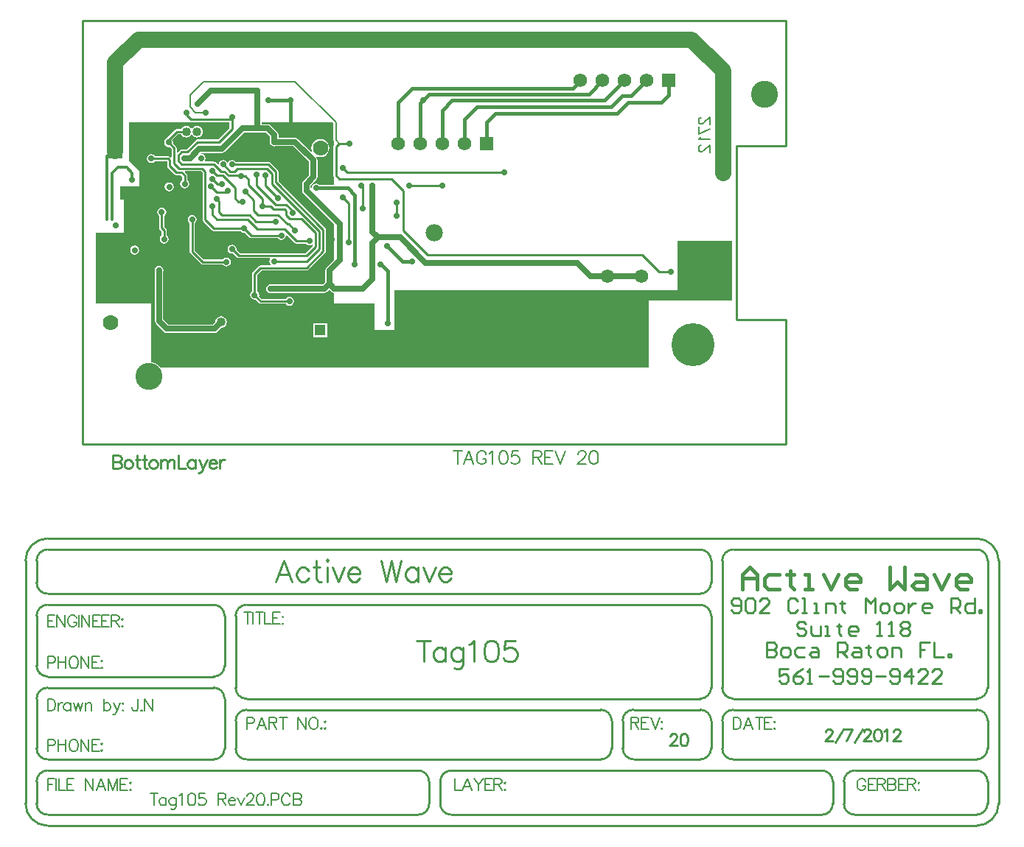
<source format=gbl>
%FSLAX25Y25*%
%MOIN*%
G70*
G01*
G75*
G04 Layer_Physical_Order=2*
G04 Layer_Color=16711680*
%ADD10R,0.01378X0.03543*%
%ADD11R,0.01378X0.03543*%
%ADD12R,0.05700X0.03500*%
%ADD13R,0.23622X0.11811*%
%ADD14R,0.03000X0.03000*%
%ADD15R,0.05000X0.03600*%
%ADD16R,0.03600X0.03600*%
%ADD17R,0.11000X0.04500*%
%ADD18R,0.03600X0.03600*%
%ADD19R,0.03600X0.05000*%
%ADD20R,0.02000X0.05000*%
%ADD21O,0.01600X0.06000*%
%ADD22R,0.02362X0.02362*%
%ADD23R,0.06299X0.05118*%
%ADD24O,0.01600X0.06000*%
%ADD25R,0.09000X0.02362*%
%ADD26R,0.02362X0.10000*%
%ADD27R,0.07000X0.02362*%
%ADD28R,0.02362X0.09000*%
%ADD29O,0.02400X0.08000*%
%ADD30R,0.10000X0.07000*%
%ADD31R,0.10000X0.10000*%
%ADD32C,0.02000*%
%ADD33R,0.20000X0.10000*%
%ADD34R,0.16000X0.18000*%
%ADD35R,0.09055X0.06693*%
%ADD36R,0.08000X0.06000*%
%ADD37C,0.01200*%
%ADD38R,0.07000X0.11000*%
%ADD39R,0.03000X0.03000*%
%ADD40R,0.03937X0.02165*%
%ADD41C,0.04000*%
%ADD42R,0.07400X0.04500*%
%ADD43C,0.04000*%
%ADD44C,0.01500*%
%ADD45C,0.02500*%
%ADD46C,0.00600*%
%ADD47C,0.01600*%
%ADD48C,0.01000*%
%ADD49C,0.01400*%
%ADD50C,0.00800*%
%ADD51C,0.02000*%
%ADD52C,0.03000*%
%ADD53C,0.07400*%
%ADD54C,0.01200*%
%ADD55C,0.00984*%
%ADD56C,0.00900*%
%ADD57C,0.00500*%
%ADD58C,0.06200*%
%ADD59R,0.06200X0.06200*%
%ADD60C,0.19500*%
%ADD61C,0.07000*%
%ADD62C,0.07800*%
%ADD63C,0.12200*%
%ADD64R,0.05000X0.05000*%
%ADD65C,0.02800*%
%ADD66R,0.07000X0.07000*%
G36*
X61378Y137965D02*
X56335Y132922D01*
X47100D01*
X47100Y132922D01*
X46671Y132836D01*
X46307Y132593D01*
X46307Y132593D01*
X42015Y128301D01*
X39780D01*
X39780Y128301D01*
X39351Y128216D01*
X38987Y127973D01*
X38987Y127973D01*
X37984Y126970D01*
X37522Y127161D01*
Y129000D01*
X37436Y129429D01*
X37193Y129793D01*
X37193Y129793D01*
X35864Y131122D01*
X35939Y131500D01*
X35784Y132280D01*
X35456Y132770D01*
X37965Y135278D01*
X39550D01*
X39629Y135089D01*
X40046Y134546D01*
X40589Y134129D01*
X41221Y133867D01*
X41900Y133778D01*
X42579Y133867D01*
X43211Y134129D01*
X43754Y134546D01*
X44050Y134931D01*
X44550D01*
X44846Y134546D01*
X45389Y134129D01*
X46021Y133867D01*
X46700Y133778D01*
X47379Y133867D01*
X48011Y134129D01*
X48554Y134546D01*
X48971Y135089D01*
X49233Y135721D01*
X49322Y136400D01*
X49233Y137079D01*
X48971Y137711D01*
X48554Y138254D01*
X48011Y138671D01*
X47379Y138933D01*
X46700Y139022D01*
X46021Y138933D01*
X45389Y138671D01*
X44846Y138254D01*
X44550Y137869D01*
X44050D01*
X43754Y138254D01*
X43211Y138671D01*
X42579Y138933D01*
X41900Y139022D01*
X41221Y138933D01*
X40589Y138671D01*
X40046Y138254D01*
X39629Y137711D01*
X39550Y137522D01*
X37500D01*
X37500Y137522D01*
X37071Y137436D01*
X36707Y137193D01*
X36707Y137193D01*
X33107Y133593D01*
X32864Y133229D01*
X32860Y133211D01*
X32458Y132942D01*
X32016Y132280D01*
X31861Y131500D01*
X32016Y130720D01*
X32458Y130058D01*
X33120Y129616D01*
X33900Y129461D01*
X34278Y129536D01*
X35278Y128535D01*
Y124861D01*
X34817Y124670D01*
X34493Y124993D01*
X34129Y125236D01*
X33700Y125322D01*
X33700Y125322D01*
X27770D01*
X27556Y125642D01*
X26894Y126084D01*
X26114Y126239D01*
X25333Y126084D01*
X24672Y125642D01*
X24230Y124980D01*
X24075Y124200D01*
X24230Y123420D01*
X24672Y122758D01*
X25333Y122316D01*
X26114Y122161D01*
X26894Y122316D01*
X27556Y122758D01*
X27770Y123078D01*
X33235D01*
X33278Y123035D01*
Y120900D01*
X33278Y120900D01*
X33364Y120471D01*
X33607Y120107D01*
X36607Y117107D01*
X36971Y116864D01*
X37400Y116778D01*
X37400Y116778D01*
X39335D01*
X40078Y116035D01*
Y114456D01*
X39758Y114242D01*
X39316Y113580D01*
X39161Y112800D01*
X39316Y112020D01*
X39758Y111358D01*
X40420Y110916D01*
X41200Y110761D01*
X41980Y110916D01*
X42642Y111358D01*
X43084Y112020D01*
X43239Y112800D01*
X43084Y113580D01*
X42642Y114242D01*
X42322Y114456D01*
Y116500D01*
X42322Y116500D01*
X42236Y116929D01*
X42236D01*
D01*
D01*
X42236Y116929D01*
D01*
D01*
D01*
D01*
X42236Y116929D01*
D01*
D01*
Y116929D01*
D01*
X42236D01*
D01*
D01*
X42236D01*
D01*
D01*
X41993Y117293D01*
X41993Y117293D01*
X41170Y118116D01*
X41361Y118578D01*
X48535D01*
X49278Y117835D01*
Y96600D01*
X49278Y96600D01*
X49364Y96171D01*
X49607Y95807D01*
X53607Y91807D01*
X53607Y91807D01*
X53971Y91564D01*
Y91564D01*
X53971Y91564D01*
D01*
D01*
D01*
X53971D01*
Y91564D01*
D01*
X53971Y91564D01*
X53971Y91564D01*
X54400Y91478D01*
X66344D01*
X66558Y91158D01*
X67220Y90716D01*
X68000Y90561D01*
X68378Y90636D01*
X70407Y88607D01*
X70407Y88607D01*
X70771Y88364D01*
X71200Y88278D01*
X83244D01*
X83458Y87958D01*
X84120Y87516D01*
X84900Y87361D01*
X85680Y87516D01*
X86342Y87958D01*
X86784Y88620D01*
X86931Y89359D01*
X87410Y89504D01*
X90807Y86107D01*
X90807Y86107D01*
X91171Y85864D01*
Y85864D01*
X91171Y85864D01*
D01*
D01*
D01*
X91171D01*
Y85864D01*
D01*
X91171Y85864D01*
X91171Y85864D01*
X91600Y85778D01*
X96044D01*
X96258Y85458D01*
X96920Y85016D01*
X97700Y84861D01*
X98480Y85016D01*
X98838Y85255D01*
X99074Y85128D01*
X99147Y84634D01*
X95935Y81422D01*
X65965D01*
X64564Y82822D01*
X64639Y83200D01*
X64484Y83980D01*
X64042Y84642D01*
X63380Y85084D01*
X62600Y85239D01*
X61820Y85084D01*
X61158Y84642D01*
X60716Y83980D01*
X60561Y83200D01*
X60716Y82420D01*
X61158Y81758D01*
X61820Y81316D01*
X62600Y81161D01*
X62978Y81236D01*
X64707Y79507D01*
X65071Y79264D01*
X65500Y79178D01*
X65500Y79178D01*
X79552D01*
X79788Y78737D01*
X79616Y78480D01*
X79461Y77700D01*
X79616Y76920D01*
X80055Y76262D01*
X79819Y75822D01*
X75400D01*
X75400Y75822D01*
X74971Y75736D01*
X74607Y75493D01*
X74607Y75493D01*
X72007Y72893D01*
X71764Y72529D01*
X71678Y72100D01*
X71678Y72100D01*
Y64056D01*
X71358Y63842D01*
X70916Y63180D01*
X70761Y62400D01*
X70916Y61620D01*
X71358Y60958D01*
X72020Y60516D01*
X72800Y60361D01*
X73178Y60436D01*
X74748Y58866D01*
X74748Y58866D01*
X75112Y58623D01*
Y58623D01*
X75112Y58623D01*
D01*
D01*
D01*
X75112D01*
Y58623D01*
D01*
X75112Y58623D01*
X75112Y58623D01*
X75541Y58538D01*
X75541Y58538D01*
X86885D01*
X87099Y58217D01*
X87761Y57775D01*
X88541Y57620D01*
X89321Y57775D01*
X89983Y58217D01*
X90425Y58879D01*
X90580Y59659D01*
X90425Y60439D01*
X89983Y61101D01*
X89321Y61543D01*
X88541Y61698D01*
X87761Y61543D01*
X87099Y61101D01*
X86885Y60781D01*
X76006D01*
X74764Y62022D01*
X74839Y62400D01*
X74684Y63180D01*
X74242Y63842D01*
X73922Y64056D01*
Y71635D01*
X75865Y73578D01*
X96200D01*
X96200Y73578D01*
X96629Y73664D01*
X96993Y73907D01*
X104593Y81507D01*
X104593Y81507D01*
X104836Y81871D01*
X104922Y82300D01*
Y92146D01*
X104922Y92146D01*
X104836Y92575D01*
X104593Y92939D01*
X83522Y114010D01*
Y118200D01*
X83436Y118629D01*
X83193Y118993D01*
X83193Y118993D01*
X79893Y122293D01*
X79529Y122536D01*
X79100Y122622D01*
X79100Y122622D01*
X64156D01*
X63942Y122942D01*
X63280Y123384D01*
X62500Y123539D01*
X61720Y123384D01*
X61058Y122942D01*
X60750Y122481D01*
X60250D01*
X59942Y122942D01*
X59280Y123384D01*
X58500Y123539D01*
X57720Y123384D01*
X57058Y122942D01*
X56616Y122280D01*
X56519Y121791D01*
X56040Y121646D01*
X55193Y122493D01*
X54829Y122736D01*
X54400Y122822D01*
X54400Y122822D01*
X50481D01*
X50245Y123263D01*
X50484Y123620D01*
X50639Y124400D01*
X50484Y125180D01*
X50042Y125842D01*
X49380Y126284D01*
X48600Y126439D01*
X48498Y126630D01*
X48581Y126714D01*
X58100D01*
X58822Y126857D01*
X59434Y127266D01*
X68181Y136014D01*
X77919D01*
X79814Y134119D01*
Y132569D01*
X79661Y131800D01*
X79816Y131020D01*
X80258Y130358D01*
X80920Y129916D01*
X81700Y129761D01*
X82469Y129914D01*
X90219D01*
X97414Y122719D01*
Y116681D01*
X94866Y114134D01*
X94457Y113522D01*
X94314Y112800D01*
Y109800D01*
X94314Y109800D01*
X94314D01*
X94457Y109078D01*
X94866Y108466D01*
X108598Y94735D01*
Y78265D01*
X105266Y74934D01*
X104857Y74322D01*
X104714Y73600D01*
X104714Y73600D01*
X104714D01*
X104714Y73600D01*
X104714D01*
Y68281D01*
X103619Y67186D01*
X95569D01*
X94800Y67339D01*
X94031Y67186D01*
X80769D01*
X80000Y67339D01*
X79220Y67184D01*
X78558Y66742D01*
X78116Y66080D01*
X77961Y65300D01*
X78116Y64520D01*
X78558Y63858D01*
X79220Y63416D01*
X80000Y63261D01*
X80769Y63414D01*
X94031D01*
X94800Y63261D01*
X95569Y63414D01*
X104400D01*
X105122Y63557D01*
X105734Y63966D01*
X106600Y64833D01*
X107466Y63966D01*
X108078Y63557D01*
X108598Y63454D01*
Y58600D01*
X127100D01*
Y46502D01*
X136000D01*
Y64500D01*
X264000D01*
Y87000D01*
X288500D01*
Y60000D01*
X251000D01*
Y29600D01*
X30222D01*
X29693Y30245D01*
X28673Y31082D01*
X27509Y31704D01*
X26246Y32087D01*
X26100Y32102D01*
Y41590D01*
X26109Y41600D01*
X26098D01*
Y58600D01*
X1098D01*
Y90600D01*
X13598D01*
Y105600D01*
X12098D01*
Y111600D01*
X20597D01*
Y118600D01*
X16097Y123100D01*
Y140600D01*
X61378D01*
Y137965D01*
D02*
G37*
G36*
X108480Y140078D02*
Y132500D01*
X108558Y132110D01*
X108598Y132051D01*
Y130129D01*
X108464Y129929D01*
X108378Y129500D01*
X108378Y129500D01*
Y116500D01*
X108378Y116500D01*
X108464Y116071D01*
X108598Y115871D01*
Y112276D01*
X102086D01*
X102042Y112342D01*
X101380Y112784D01*
X100600Y112939D01*
X99820Y112784D01*
X99158Y112342D01*
X98716Y111680D01*
X98584Y111016D01*
X98086Y111065D01*
Y112019D01*
X100634Y114566D01*
X101043Y115178D01*
X101067Y115298D01*
X101186Y115900D01*
Y123500D01*
X101067Y124102D01*
X101043Y124222D01*
X100649Y124811D01*
X100823Y125023D01*
X100988Y125188D01*
X101430Y125005D01*
X102500Y124865D01*
X103570Y125005D01*
X104568Y125419D01*
X105424Y126076D01*
X106081Y126932D01*
X106494Y127930D01*
X106635Y129000D01*
X106494Y130070D01*
X106081Y131068D01*
X105424Y131924D01*
X104568Y132581D01*
X103570Y132994D01*
X102500Y133135D01*
X101430Y132994D01*
X100432Y132581D01*
X99576Y131924D01*
X98919Y131068D01*
X98506Y130070D01*
X98365Y129000D01*
X98506Y127930D01*
X98699Y127462D01*
X98284Y127184D01*
X92334Y133134D01*
X91722Y133543D01*
X91000Y133686D01*
X83586D01*
Y134900D01*
D01*
D01*
D01*
D01*
X83586D01*
D01*
D01*
D01*
D01*
D01*
X83586D01*
Y134900D01*
D01*
D01*
Y134900D01*
D01*
D01*
D01*
D01*
D01*
D01*
D01*
D01*
D01*
D01*
D01*
D01*
Y134900D01*
D01*
X83586D01*
D01*
D01*
D01*
D01*
D01*
D01*
D01*
X83586Y134900D01*
D01*
D01*
D01*
D01*
D01*
D01*
D01*
D01*
X83443Y135622D01*
X83034Y136234D01*
X80034Y139234D01*
X79422Y139643D01*
X78700Y139786D01*
X75886D01*
Y140600D01*
X107958D01*
X108480Y140078D01*
D02*
G37*
%LPC*%
G36*
X44600Y98639D02*
X43820Y98484D01*
X43158Y98042D01*
X42716Y97380D01*
X42561Y96600D01*
X42716Y95820D01*
X43158Y95158D01*
X43478Y94944D01*
Y82100D01*
X43478Y82100D01*
X43564Y81671D01*
X43807Y81307D01*
X48507Y76607D01*
X48507Y76607D01*
X48871Y76364D01*
Y76364D01*
X48871Y76364D01*
D01*
D01*
D01*
X48871D01*
Y76364D01*
D01*
X48871Y76364D01*
X48871Y76364D01*
X49300Y76278D01*
X58344D01*
X58558Y75958D01*
X59220Y75516D01*
X60000Y75361D01*
X60780Y75516D01*
X61442Y75958D01*
X61884Y76620D01*
X62039Y77400D01*
X61884Y78180D01*
X61442Y78842D01*
X60780Y79284D01*
X60000Y79439D01*
X59220Y79284D01*
X58558Y78842D01*
X58344Y78522D01*
X49765D01*
X45722Y82565D01*
Y94944D01*
X46042Y95158D01*
X46484Y95820D01*
X46639Y96600D01*
X46484Y97380D01*
X46042Y98042D01*
X45380Y98484D01*
X44600Y98639D01*
D02*
G37*
G36*
X29600Y75739D02*
X28820Y75584D01*
X28158Y75142D01*
X27716Y74480D01*
X27561Y73700D01*
X27714Y72931D01*
Y50700D01*
X27714Y50700D01*
X27714D01*
X27857Y49978D01*
X28266Y49366D01*
X31766Y45866D01*
X32378Y45457D01*
X33100Y45314D01*
X54600D01*
X55322Y45457D01*
X55934Y45866D01*
X57652Y47584D01*
X58279Y47667D01*
X58911Y47929D01*
X59454Y48346D01*
X59871Y48889D01*
X60133Y49521D01*
X60222Y50200D01*
X60133Y50879D01*
X59871Y51511D01*
X59454Y52054D01*
X58911Y52471D01*
X58279Y52733D01*
X57600Y52822D01*
X56921Y52733D01*
X56289Y52471D01*
X55746Y52054D01*
X55329Y51511D01*
X55067Y50879D01*
X54984Y50252D01*
X53819Y49086D01*
X33881D01*
X31486Y51481D01*
Y72931D01*
X31639Y73700D01*
X31484Y74480D01*
X31042Y75142D01*
X30380Y75584D01*
X29600Y75739D01*
D02*
G37*
G36*
X105500Y49600D02*
X99300D01*
Y43400D01*
X105500D01*
Y49600D01*
D02*
G37*
G36*
X34200Y113439D02*
X33420Y113284D01*
X32758Y112842D01*
X32316Y112180D01*
X32161Y111400D01*
X32316Y110620D01*
X32758Y109958D01*
X33420Y109516D01*
X34200Y109361D01*
X34980Y109516D01*
X35642Y109958D01*
X36084Y110620D01*
X36239Y111400D01*
X36084Y112180D01*
X35642Y112842D01*
X34980Y113284D01*
X34200Y113439D01*
D02*
G37*
G36*
X30800Y102039D02*
X30020Y101884D01*
X29358Y101442D01*
X28916Y100780D01*
X28761Y100000D01*
X28916Y99220D01*
X29358Y98558D01*
X29678Y98344D01*
Y92900D01*
X29678Y92900D01*
X29764Y92471D01*
X30007Y92107D01*
X30778Y91335D01*
Y89456D01*
X30458Y89242D01*
X30016Y88580D01*
X29861Y87800D01*
X30016Y87020D01*
X30458Y86358D01*
X31120Y85916D01*
X31900Y85761D01*
X32680Y85916D01*
X33342Y86358D01*
X33784Y87020D01*
X33939Y87800D01*
X33784Y88580D01*
X33342Y89242D01*
X33022Y89456D01*
Y91800D01*
X32936Y92229D01*
X32693Y92593D01*
X32693Y92593D01*
X31922Y93365D01*
Y98344D01*
X32242Y98558D01*
X32684Y99220D01*
X32839Y100000D01*
X32684Y100780D01*
X32242Y101442D01*
X31580Y101884D01*
X30800Y102039D01*
D02*
G37*
G36*
X18600Y84839D02*
X17820Y84684D01*
X17158Y84242D01*
X16716Y83580D01*
X16561Y82800D01*
X16716Y82020D01*
X17158Y81358D01*
X17820Y80916D01*
X18600Y80761D01*
X19380Y80916D01*
X20042Y81358D01*
X20484Y82020D01*
X20639Y82800D01*
X20484Y83580D01*
X20042Y84242D01*
X19380Y84684D01*
X18600Y84839D01*
D02*
G37*
%LPD*%
D41*
X41900Y136400D02*
D03*
X46700D02*
D03*
X57600Y50200D02*
D03*
D44*
X118100Y76300D02*
Y107736D01*
X114936Y110900D02*
X118100Y107736D01*
X100600Y110900D02*
X114936D01*
X137500Y149500D02*
X144000Y156000D01*
X137500Y131000D02*
Y149500D01*
X223900Y153400D02*
X230000Y159500D01*
X151500Y153400D02*
X223900D01*
X147500Y131000D02*
Y149400D01*
X132900Y49600D02*
Y73300D01*
X130300Y75900D02*
X132900Y73300D01*
X129800Y76300D02*
X130300Y75900D01*
X233900Y147600D02*
X238900Y152600D01*
X243100D01*
X250000Y159500D01*
X236700Y144600D02*
X241700Y149600D01*
X256700D01*
X260000Y152900D01*
Y159500D01*
X231000Y150500D02*
X240000Y159500D01*
X157500Y131000D02*
Y145900D01*
X162100Y150500D01*
X231000D01*
X216500Y156000D02*
X220000Y159500D01*
X144000Y156000D02*
X216500D01*
X177500Y140500D02*
X181600Y144600D01*
X177500Y131000D02*
Y140500D01*
X181600Y144600D02*
X236700D01*
X167500Y131000D02*
Y141900D01*
X173200Y147600D01*
X233900D01*
X139500Y77500D02*
X144000D01*
X132500Y84500D02*
X139500Y77500D01*
X79000Y150500D02*
X89000D01*
X147500Y149400D02*
X148872Y150772D01*
X151500Y153400D01*
X89000Y137400D02*
Y150500D01*
X293352Y-70690D02*
Y-64025D01*
X296685Y-60693D01*
X300017Y-64025D01*
Y-70690D01*
Y-65691D01*
X293352D01*
X310014Y-64025D02*
X305015D01*
X303349Y-65691D01*
Y-69024D01*
X305015Y-70690D01*
X310014D01*
X315012Y-62359D02*
Y-64025D01*
X313346D01*
X316678D01*
X315012D01*
Y-69024D01*
X316678Y-70690D01*
X321676D02*
X325009D01*
X323342D01*
Y-64025D01*
X321676D01*
X330007D02*
X333339Y-70690D01*
X336672Y-64025D01*
X345002Y-70690D02*
X341670D01*
X340004Y-69024D01*
Y-65691D01*
X341670Y-64025D01*
X345002D01*
X346668Y-65691D01*
Y-67357D01*
X340004D01*
X359997Y-60693D02*
Y-70690D01*
X363330Y-67357D01*
X366662Y-70690D01*
Y-60693D01*
X371660Y-64025D02*
X374992D01*
X376659Y-65691D01*
Y-70690D01*
X371660D01*
X369994Y-69024D01*
X371660Y-67357D01*
X376659D01*
X379991Y-64025D02*
X383323Y-70690D01*
X386655Y-64025D01*
X394986Y-70690D02*
X391654D01*
X389988Y-69024D01*
Y-65691D01*
X391654Y-64025D01*
X394986D01*
X396652Y-65691D01*
Y-67357D01*
X389988D01*
D45*
X74000Y137900D02*
Y155000D01*
X53000D02*
X74000D01*
X47000Y149000D02*
X53000Y155000D01*
X150000Y77000D02*
X218612D01*
X224500Y71112D01*
X138500Y88500D02*
X150000Y77000D01*
X78700Y137900D02*
X81700Y134900D01*
X58100Y128600D02*
X67400Y137900D01*
X47800Y128600D02*
X58100D01*
X81700Y131800D02*
Y134900D01*
X43600Y124400D02*
X47800Y128600D01*
X108800Y65300D02*
X121500D01*
X104400D02*
X106600Y67500D01*
X108800Y65300D01*
X29600Y50700D02*
Y73700D01*
Y50700D02*
X33100Y47200D01*
X126000Y69800D02*
Y86000D01*
Y91000D02*
Y112000D01*
Y86000D02*
X128500Y88500D01*
X126000Y91000D02*
X128500Y88500D01*
X138500D01*
X121500Y65300D02*
X126000Y69800D01*
X54600Y47200D02*
X57600Y50200D01*
X33100Y47200D02*
X54600D01*
X224500Y71112D02*
X232254D01*
X247754D01*
X67400Y137900D02*
X74000D01*
X78700D01*
X80000Y65300D02*
X94800D01*
X104400D01*
X40900Y124400D02*
X43600D01*
X106600Y67500D02*
Y73600D01*
X111300Y78300D01*
Y94700D01*
X96200Y109800D02*
X111300Y94700D01*
X96200Y109800D02*
Y112800D01*
X99300Y115900D01*
Y123500D01*
X91000Y131800D02*
X99300Y123500D01*
X81700Y131800D02*
X91000D01*
D46*
X164501Y-8097D02*
Y-14100D01*
X162500Y-8097D02*
X166502D01*
X171790Y-14100D02*
X169503Y-8097D01*
X167216Y-14100D01*
X168074Y-12099D02*
X170932D01*
X177478Y-9527D02*
X177192Y-8955D01*
X176620Y-8383D01*
X176049Y-8097D01*
X174906D01*
X174334Y-8383D01*
X173762Y-8955D01*
X173476Y-9527D01*
X173190Y-10384D01*
Y-11813D01*
X173476Y-12671D01*
X173762Y-13242D01*
X174334Y-13814D01*
X174906Y-14100D01*
X176049D01*
X176620Y-13814D01*
X177192Y-13242D01*
X177478Y-12671D01*
Y-11813D01*
X176049D02*
X177478D01*
X178850Y-9241D02*
X179422Y-8955D01*
X180279Y-8097D01*
Y-14100D01*
X184967Y-8097D02*
X184109Y-8383D01*
X183538Y-9241D01*
X183252Y-10670D01*
Y-11527D01*
X183538Y-12957D01*
X184109Y-13814D01*
X184967Y-14100D01*
X185539D01*
X186396Y-13814D01*
X186968Y-12957D01*
X187254Y-11527D01*
Y-10670D01*
X186968Y-9241D01*
X186396Y-8383D01*
X185539Y-8097D01*
X184967D01*
X192027D02*
X189169D01*
X188883Y-10670D01*
X189169Y-10384D01*
X190026Y-10098D01*
X190884D01*
X191742Y-10384D01*
X192313Y-10956D01*
X192599Y-11813D01*
Y-12385D01*
X192313Y-13242D01*
X191742Y-13814D01*
X190884Y-14100D01*
X190026D01*
X189169Y-13814D01*
X188883Y-13528D01*
X188597Y-12957D01*
X198659Y-8097D02*
Y-14100D01*
Y-8097D02*
X201231D01*
X202089Y-8383D01*
X202375Y-8669D01*
X202661Y-9241D01*
Y-9812D01*
X202375Y-10384D01*
X202089Y-10670D01*
X201231Y-10956D01*
X198659D01*
X200660D02*
X202661Y-14100D01*
X207720Y-8097D02*
X204004D01*
Y-14100D01*
X207720D01*
X204004Y-10956D02*
X206291D01*
X208720Y-8097D02*
X211007Y-14100D01*
X213294Y-8097D02*
X211007Y-14100D01*
X219068Y-9527D02*
Y-9241D01*
X219354Y-8669D01*
X219639Y-8383D01*
X220211Y-8097D01*
X221355D01*
X221926Y-8383D01*
X222212Y-8669D01*
X222498Y-9241D01*
Y-9812D01*
X222212Y-10384D01*
X221640Y-11242D01*
X218782Y-14100D01*
X222784D01*
X225842Y-8097D02*
X224985Y-8383D01*
X224413Y-9241D01*
X224127Y-10670D01*
Y-11527D01*
X224413Y-12957D01*
X224985Y-13814D01*
X225842Y-14100D01*
X226414D01*
X227272Y-13814D01*
X227843Y-12957D01*
X228129Y-11527D01*
Y-10670D01*
X227843Y-9241D01*
X227272Y-8383D01*
X226414Y-8097D01*
X225842D01*
D48*
X44000Y142000D02*
X61500D01*
X62500Y143000D01*
X39780Y127180D02*
X42480D01*
X38200Y125600D02*
X39780Y127180D01*
X38200Y123200D02*
Y125600D01*
Y123200D02*
X39700Y121700D01*
X36400Y121900D02*
Y129000D01*
Y121900D02*
X38600Y119700D01*
X26114Y124200D02*
X33700D01*
X34400Y123500D01*
Y120900D02*
Y123500D01*
X38600Y119700D02*
X49000D01*
X37400Y117900D02*
X39800D01*
X41200Y116500D01*
Y112800D02*
Y116500D01*
X39700Y121700D02*
X54400D01*
X34400Y120900D02*
X37400Y117900D01*
X55500Y109000D02*
X60000D01*
X53000Y111500D02*
X55500Y109000D01*
X60000D02*
X60500Y109500D01*
X55500Y106000D02*
X56500Y105000D01*
Y100000D02*
Y105000D01*
X57900Y98600D02*
X70500D01*
X56500Y100000D02*
X57900Y98600D01*
X56013Y112487D02*
X58013D01*
X142500Y112000D02*
X157500D01*
X53600Y114900D02*
X56013Y112487D01*
X151000Y80500D02*
X248000D01*
X140000Y91500D02*
X151000Y80500D01*
X134500Y115000D02*
X140000Y109500D01*
Y91500D02*
Y109500D01*
X53600Y118500D02*
X55500Y116600D01*
X58300D01*
X68500Y116300D02*
X70100Y114700D01*
X66700Y116300D02*
X68500D01*
X50400Y96600D02*
Y118234D01*
X137000Y98300D02*
Y104300D01*
X248000Y80500D02*
X255500Y73000D01*
X71200Y89400D02*
X84900D01*
X54400Y92600D02*
X68000D01*
X71200Y89400D01*
X50400Y96600D02*
X54400Y92600D01*
X255500Y73000D02*
X261000D01*
X75541Y59659D02*
X88541D01*
X72800Y62400D02*
X75541Y59659D01*
X33900Y131500D02*
X36400Y129000D01*
X33900Y131500D02*
Y132800D01*
X49000Y119700D02*
X50433Y118267D01*
X37500Y136400D02*
X41900D01*
X33900Y132800D02*
X37500Y136400D01*
X31900Y87800D02*
Y91800D01*
X30800Y92900D02*
X31900Y91800D01*
X30800Y92900D02*
Y100000D01*
X49300Y77400D02*
X60000D01*
X44600Y82100D02*
X49300Y77400D01*
X44600Y82100D02*
Y96600D01*
X112500Y106800D02*
X115300Y104000D01*
Y86300D02*
Y104000D01*
X109500Y116500D02*
X111000Y115000D01*
X109500Y116500D02*
Y129500D01*
X111000Y131000D01*
X115500D01*
X111000Y115000D02*
X134500D01*
X112500Y120000D02*
X114500Y118000D01*
X185500D01*
X121500Y101500D02*
Y111500D01*
X121000Y112000D02*
X121500Y111500D01*
X59100Y118400D02*
X61000Y116500D01*
X57700Y118400D02*
X59100D01*
X54400Y121700D02*
X57700Y118400D01*
X42480Y127180D02*
X47100Y131800D01*
X56800D01*
X62500Y137500D01*
Y143000D01*
X42000Y144000D02*
Y145000D01*
Y144000D02*
X44000Y142000D01*
X72800Y62400D02*
Y72100D01*
X75400Y74700D01*
X96200D01*
X103800Y82300D01*
Y92146D01*
X81500Y77700D02*
X96400D01*
X102100Y83400D01*
X62600Y83200D02*
X65500Y80300D01*
X96400D01*
X100400Y84300D01*
Y90500D01*
X62500Y121500D02*
X79100D01*
X91600Y86900D02*
X97700D01*
X86300Y92200D02*
X91600Y86900D01*
X64900Y119600D02*
X78400D01*
X58546Y121500D02*
X61746Y118300D01*
X63600D01*
X64900Y119600D01*
X93900Y97000D02*
X100400Y90500D01*
X88500Y97000D02*
X93900D01*
X102100Y83400D02*
Y91300D01*
X79100Y121500D02*
X82400Y118200D01*
Y113546D02*
Y118200D01*
Y113546D02*
X103800Y92146D01*
X78400Y119600D02*
X80600Y117400D01*
Y112800D02*
Y117400D01*
Y112800D02*
X102100Y91300D01*
X87100Y103300D02*
X89835Y100565D01*
X82200Y103300D02*
X87100D01*
X77600Y111900D02*
Y116600D01*
Y111900D02*
X83300Y106200D01*
X73600Y111900D02*
X82200Y103300D01*
X73600Y111900D02*
Y117000D01*
X89835Y99665D02*
X89850Y99650D01*
X89835Y99665D02*
Y100565D01*
X86900Y98600D02*
X88500Y97000D01*
X86900Y98600D02*
Y100700D01*
X86200Y101400D02*
X86900Y100700D01*
X81300Y101400D02*
X86200D01*
X80100Y102600D02*
X81300Y101400D01*
X76300Y102600D02*
X80100D01*
X53500Y99000D02*
Y102500D01*
Y99000D02*
X55700Y96800D01*
X69500D01*
X74100Y92200D02*
X86300D01*
X69500Y96800D02*
X74100Y92200D01*
X70500Y98600D02*
X73300Y95800D01*
X82400D01*
X88200Y94700D02*
X91100Y91800D01*
X87500Y94700D02*
X88200D01*
X83400Y98800D02*
X87500Y94700D01*
X74200Y98800D02*
X83400D01*
X72400Y100600D02*
X74200Y98800D01*
X76300Y102600D02*
Y106100D01*
X70100Y112300D02*
Y114700D01*
X61000Y116500D02*
X66700D01*
X70100Y112300D02*
X76300Y106100D01*
X58300Y116600D02*
X63911Y110989D01*
Y106189D02*
Y110989D01*
Y106189D02*
X65400Y104700D01*
X67400D01*
X72400Y100600D02*
Y105400D01*
X68500Y109300D02*
X72400Y105400D01*
X-5000Y186500D02*
X313000D01*
Y130000D02*
Y186500D01*
X290500Y62000D02*
Y122900D01*
X313000Y-5000D02*
Y51400D01*
X-5000Y-5000D02*
X313000D01*
X-5000D02*
Y186500D01*
X299000Y51400D02*
X313000D01*
X290500D02*
Y63000D01*
Y51400D02*
X302000D01*
X290500Y121500D02*
Y130000D01*
X313000D01*
X404192Y-130118D02*
G03*
X399292Y-125218I-4900J0D01*
G01*
X289192D02*
G03*
X284192Y-130218I0J-5000D01*
G01*
X399192Y-120218D02*
G03*
X404192Y-115218I0J5000D01*
G01*
X284192D02*
G03*
X289192Y-120218I5000J0D01*
G01*
X-20808Y-47718D02*
G03*
X-30808Y-57718I0J-10000D01*
G01*
Y-167618D02*
G03*
X-20884Y-177716I10100J0D01*
G01*
X399192Y-177718D02*
G03*
X409192Y-167718I0J10000D01*
G01*
Y-57718D02*
G03*
X399192Y-47718I-10000J0D01*
G01*
X404192Y-57618D02*
G03*
X399121Y-52721I-4900J0D01*
G01*
X399192Y-147718D02*
G03*
X404192Y-142718I0J5000D01*
G01*
X404192Y-157630D02*
G03*
X399192Y-152717I-5000J-87D01*
G01*
Y-172718D02*
G03*
X404192Y-167718I0J5000D01*
G01*
X274192Y-147718D02*
G03*
X279192Y-142718I0J5000D01*
G01*
X284192Y-142818D02*
G03*
X289177Y-147717I4900J0D01*
G01*
X279192Y-130118D02*
G03*
X274292Y-125218I-4900J0D01*
G01*
X-25808Y-167718D02*
G03*
X-20895Y-172717I5000J0D01*
G01*
X274279Y-120218D02*
G03*
X279193Y-115218I-87J5000D01*
G01*
X-20808Y-152718D02*
G03*
X-25808Y-157718I0J-5000D01*
G01*
X279192Y-82718D02*
G03*
X274192Y-77718I-5000J0D01*
G01*
Y-72718D02*
G03*
X279192Y-67718I0J5000D01*
G01*
X289192Y-52718D02*
G03*
X284192Y-57718I0J-5000D01*
G01*
X279192D02*
G03*
X274192Y-52718I-5000J0D01*
G01*
X-20808D02*
G03*
X-25808Y-57718I0J-5000D01*
G01*
Y-67718D02*
G03*
X-20808Y-72718I5000J0D01*
G01*
Y-77718D02*
G03*
X-25808Y-82718I0J-5000D01*
G01*
Y-105218D02*
G03*
X-20808Y-110218I5000J0D01*
G01*
Y-115218D02*
G03*
X-25808Y-120218I0J-5000D01*
G01*
Y-142718D02*
G03*
X-20895Y-147717I5000J0D01*
G01*
X69192Y-77718D02*
G03*
X64192Y-82718I0J-5000D01*
G01*
X69192Y-125218D02*
G03*
X64192Y-130218I0J-5000D01*
G01*
X243992Y-125218D02*
G03*
X239199Y-130269I0J-4800D01*
G01*
X239192Y-142618D02*
G03*
X244203Y-147717I5100J0D01*
G01*
X229292Y-147718D02*
G03*
X234191Y-142732I0J4900D01*
G01*
X234192Y-130118D02*
G03*
X229292Y-125218I-4900J0D01*
G01*
X54292Y-147718D02*
G03*
X59192Y-142818I0J4900D01*
G01*
X64192D02*
G03*
X69092Y-147718I4900J0D01*
G01*
X64192Y-115318D02*
G03*
X69092Y-120218I4900J0D01*
G01*
X59192Y-120118D02*
G03*
X54121Y-115221I-4900J0D01*
G01*
X54392Y-110218D02*
G03*
X59192Y-105418I0J4800D01*
G01*
Y-82618D02*
G03*
X54292Y-77718I-4900J0D01*
G01*
X344192Y-152718D02*
G03*
X339192Y-157718I0J-5000D01*
G01*
Y-167818D02*
G03*
X344178Y-172717I4900J0D01*
G01*
X329308Y-172718D02*
G03*
X334190Y-167750I84J4800D01*
G01*
X334192Y-157718D02*
G03*
X329192Y-152718I-5000J0D01*
G01*
X156692Y-167718D02*
G03*
X161605Y-172717I5000J0D01*
G01*
X161692Y-152718D02*
G03*
X156692Y-157718I0J-5000D01*
G01*
X146808Y-172718D02*
G03*
X151690Y-167750I84J4800D01*
G01*
X151692Y-157718D02*
G03*
X146692Y-152718I-5000J0D01*
G01*
X404192Y-142718D02*
Y-130118D01*
X284192Y-142718D02*
Y-130218D01*
X404192Y-115218D02*
Y-57718D01*
X284192Y-115218D02*
Y-57718D01*
X-30808Y-167718D02*
Y-57718D01*
X-25808Y-167718D02*
Y-157718D01*
X404192Y-167718D02*
Y-157718D01*
X279192Y-142718D02*
Y-130218D01*
X239192Y-142718D02*
Y-130218D01*
X64192Y-142718D02*
Y-130218D01*
X234192Y-142718D02*
Y-130218D01*
X64192Y-115218D02*
Y-82718D01*
X279192Y-115218D02*
Y-82718D01*
Y-67718D02*
Y-57718D01*
X-25808Y-67718D02*
Y-57718D01*
X59192Y-105218D02*
Y-82718D01*
X-25808Y-105218D02*
Y-82718D01*
X59192Y-142718D02*
Y-120218D01*
X-25808Y-142718D02*
Y-120218D01*
X409192Y-167718D02*
Y-57718D01*
X339192Y-167718D02*
Y-157718D01*
X334192Y-167718D02*
Y-157718D01*
X156692Y-167718D02*
Y-157718D01*
X151692Y-167718D02*
Y-157718D01*
X289192Y-125218D02*
X399192D01*
X289192Y-120218D02*
X399192D01*
X69192D02*
X274192D01*
X289192Y-52718D02*
X399192D01*
X289192Y-147718D02*
X399192D01*
X244192Y-125218D02*
X274192D01*
X244192Y-147718D02*
X274192D01*
X69192D02*
X229192D01*
X69192Y-125218D02*
X229192D01*
X69192Y-77718D02*
X274192D01*
X-20808Y-72718D02*
X274192D01*
X-20808Y-77718D02*
X54192D01*
X-20808Y-110218D02*
X54192D01*
X-20808Y-115218D02*
X54192D01*
X-20808Y-147718D02*
X54192D01*
X-20808Y-47718D02*
X399192D01*
X-20808Y-177718D02*
X399192D01*
X-20808Y-52718D02*
X274192D01*
X344192Y-152718D02*
X399192D01*
X344192Y-172718D02*
X399192D01*
X161692Y-152718D02*
X329192D01*
X-20808D02*
X146692D01*
X-20808Y-172718D02*
X146692D01*
X161692D02*
X329192D01*
X322117Y-86358D02*
X321051Y-85292D01*
X318919D01*
X317852Y-86358D01*
Y-87424D01*
X318919Y-88491D01*
X321051D01*
X322117Y-89557D01*
Y-90623D01*
X321051Y-91690D01*
X318919D01*
X317852Y-90623D01*
X324250Y-87424D02*
Y-90623D01*
X325317Y-91690D01*
X328516D01*
Y-87424D01*
X330648Y-91690D02*
X332781D01*
X331714D01*
Y-87424D01*
X330648D01*
X337046Y-86358D02*
Y-87424D01*
X335980D01*
X338112D01*
X337046D01*
Y-90623D01*
X338112Y-91690D01*
X344510D02*
X342378D01*
X341311Y-90623D01*
Y-88491D01*
X342378Y-87424D01*
X344510D01*
X345577Y-88491D01*
Y-89557D01*
X341311D01*
X354107Y-91690D02*
X356240D01*
X355173D01*
Y-85292D01*
X354107Y-86358D01*
X359439Y-91690D02*
X361571D01*
X360505D01*
Y-85292D01*
X359439Y-86358D01*
X364770D02*
X365837Y-85292D01*
X367969D01*
X369036Y-86358D01*
Y-87424D01*
X367969Y-88491D01*
X369036Y-89557D01*
Y-90623D01*
X367969Y-91690D01*
X365837D01*
X364770Y-90623D01*
Y-89557D01*
X365837Y-88491D01*
X364770Y-87424D01*
Y-86358D01*
X365837Y-88491D02*
X367969D01*
X314118Y-106792D02*
X309852D01*
Y-109991D01*
X311985Y-108924D01*
X313051D01*
X314118Y-109991D01*
Y-112123D01*
X313051Y-113190D01*
X310919D01*
X309852Y-112123D01*
X320515Y-106792D02*
X318383Y-107858D01*
X316250Y-109991D01*
Y-112123D01*
X317317Y-113190D01*
X319449D01*
X320515Y-112123D01*
Y-111057D01*
X319449Y-109991D01*
X316250D01*
X322648Y-113190D02*
X324781D01*
X323714D01*
Y-106792D01*
X322648Y-107858D01*
X327980Y-109991D02*
X332245D01*
X334378Y-112123D02*
X335444Y-113190D01*
X337577D01*
X338643Y-112123D01*
Y-107858D01*
X337577Y-106792D01*
X335444D01*
X334378Y-107858D01*
Y-108924D01*
X335444Y-109991D01*
X338643D01*
X340776Y-112123D02*
X341842Y-113190D01*
X343974D01*
X345041Y-112123D01*
Y-107858D01*
X343974Y-106792D01*
X341842D01*
X340776Y-107858D01*
Y-108924D01*
X341842Y-109991D01*
X345041D01*
X347174Y-112123D02*
X348240Y-113190D01*
X350373D01*
X351439Y-112123D01*
Y-107858D01*
X350373Y-106792D01*
X348240D01*
X347174Y-107858D01*
Y-108924D01*
X348240Y-109991D01*
X351439D01*
X353571D02*
X357837D01*
X359969Y-112123D02*
X361036Y-113190D01*
X363168D01*
X364235Y-112123D01*
Y-107858D01*
X363168Y-106792D01*
X361036D01*
X359969Y-107858D01*
Y-108924D01*
X361036Y-109991D01*
X364235D01*
X369566Y-113190D02*
Y-106792D01*
X366367Y-109991D01*
X370633D01*
X377030Y-113190D02*
X372765D01*
X377030Y-108924D01*
Y-107858D01*
X375964Y-106792D01*
X373832D01*
X372765Y-107858D01*
X383428Y-113190D02*
X379163D01*
X383428Y-108924D01*
Y-107858D01*
X382362Y-106792D01*
X380229D01*
X379163Y-107858D01*
X288352Y-80123D02*
X289419Y-81190D01*
X291551D01*
X292618Y-80123D01*
Y-75858D01*
X291551Y-74792D01*
X289419D01*
X288352Y-75858D01*
Y-76925D01*
X289419Y-77991D01*
X292618D01*
X294750Y-75858D02*
X295816Y-74792D01*
X297949D01*
X299015Y-75858D01*
Y-80123D01*
X297949Y-81190D01*
X295816D01*
X294750Y-80123D01*
Y-75858D01*
X305413Y-81190D02*
X301148D01*
X305413Y-76925D01*
Y-75858D01*
X304347Y-74792D01*
X302214D01*
X301148Y-75858D01*
X318209D02*
X317143Y-74792D01*
X315010D01*
X313944Y-75858D01*
Y-80123D01*
X315010Y-81190D01*
X317143D01*
X318209Y-80123D01*
X320342Y-81190D02*
X322475D01*
X321408D01*
Y-74792D01*
X320342D01*
X325674Y-81190D02*
X327806D01*
X326740D01*
Y-76925D01*
X325674D01*
X331005Y-81190D02*
Y-76925D01*
X334204D01*
X335270Y-77991D01*
Y-81190D01*
X338469Y-75858D02*
Y-76925D01*
X337403D01*
X339536D01*
X338469D01*
Y-80123D01*
X339536Y-81190D01*
X349133D02*
Y-74792D01*
X351265Y-76925D01*
X353398Y-74792D01*
Y-81190D01*
X356597D02*
X358730D01*
X359796Y-80123D01*
Y-77991D01*
X358730Y-76925D01*
X356597D01*
X355531Y-77991D01*
Y-80123D01*
X356597Y-81190D01*
X362995D02*
X365127D01*
X366194Y-80123D01*
Y-77991D01*
X365127Y-76925D01*
X362995D01*
X361928Y-77991D01*
Y-80123D01*
X362995Y-81190D01*
X368326Y-76925D02*
Y-81190D01*
Y-79057D01*
X369393Y-77991D01*
X370459Y-76925D01*
X371525D01*
X377923Y-81190D02*
X375791D01*
X374724Y-80123D01*
Y-77991D01*
X375791Y-76925D01*
X377923D01*
X378990Y-77991D01*
Y-79057D01*
X374724D01*
X387520Y-81190D02*
Y-74792D01*
X390719D01*
X391785Y-75858D01*
Y-77991D01*
X390719Y-79057D01*
X387520D01*
X389653D02*
X391785Y-81190D01*
X398183Y-74792D02*
Y-81190D01*
X394984D01*
X393918Y-80123D01*
Y-77991D01*
X394984Y-76925D01*
X398183D01*
X400316Y-81190D02*
Y-80123D01*
X401382D01*
Y-81190D01*
X400316D01*
X304352Y-94792D02*
Y-101190D01*
X307551D01*
X308617Y-100123D01*
Y-99057D01*
X307551Y-97991D01*
X304352D01*
X307551D01*
X308617Y-96925D01*
Y-95858D01*
X307551Y-94792D01*
X304352D01*
X311817Y-101190D02*
X313949D01*
X315016Y-100123D01*
Y-97991D01*
X313949Y-96925D01*
X311817D01*
X310750Y-97991D01*
Y-100123D01*
X311817Y-101190D01*
X321413Y-96925D02*
X318214D01*
X317148Y-97991D01*
Y-100123D01*
X318214Y-101190D01*
X321413D01*
X324612Y-96925D02*
X326745D01*
X327811Y-97991D01*
Y-101190D01*
X324612D01*
X323546Y-100123D01*
X324612Y-99057D01*
X327811D01*
X336342Y-101190D02*
Y-94792D01*
X339541D01*
X340607Y-95858D01*
Y-97991D01*
X339541Y-99057D01*
X336342D01*
X338474D02*
X340607Y-101190D01*
X343806Y-96925D02*
X345939D01*
X347005Y-97991D01*
Y-101190D01*
X343806D01*
X342740Y-100123D01*
X343806Y-99057D01*
X347005D01*
X350204Y-95858D02*
Y-96925D01*
X349138D01*
X351270D01*
X350204D01*
Y-100123D01*
X351270Y-101190D01*
X355536D02*
X357668D01*
X358735Y-100123D01*
Y-97991D01*
X357668Y-96925D01*
X355536D01*
X354469Y-97991D01*
Y-100123D01*
X355536Y-101190D01*
X360867D02*
Y-96925D01*
X364066D01*
X365133Y-97991D01*
Y-101190D01*
X377928Y-94792D02*
X373663D01*
Y-97991D01*
X375796D01*
X373663D01*
Y-101190D01*
X380061Y-94792D02*
Y-101190D01*
X384326D01*
X386459D02*
Y-100123D01*
X387525D01*
Y-101190D01*
X386459D01*
X290500Y130000D02*
X313000D01*
Y-5000D02*
Y51400D01*
X-5000Y-5000D02*
X313000D01*
X-5000D02*
Y186500D01*
X290500Y65600D02*
Y130000D01*
X313000D02*
Y186500D01*
X-5000D02*
X313000D01*
X294000Y51400D02*
X313000D01*
X290500D02*
Y65600D01*
Y51400D02*
X294000D01*
D49*
X9800Y127500D02*
Y135000D01*
X8300Y127500D02*
X9800D01*
X6100Y125300D02*
X8300Y127500D01*
X6100Y96700D02*
Y125300D01*
X8400Y117700D02*
X10900Y120200D01*
X8400Y96700D02*
Y117700D01*
X10900Y120200D02*
X15000D01*
X17400Y117800D01*
Y114700D02*
Y117800D01*
D50*
X109500Y132500D02*
X111000Y131000D01*
X109500Y132500D02*
Y140500D01*
X91000Y159000D02*
X109500Y140500D01*
X49500Y159000D02*
X91000D01*
X43500Y153000D02*
X49500Y159000D01*
X43500Y147500D02*
Y153000D01*
Y147500D02*
X46000Y145000D01*
X50500D01*
X274691Y142762D02*
X274453D01*
X273977Y142524D01*
X273739Y142286D01*
X273501Y141810D01*
Y140858D01*
X273739Y140382D01*
X273977Y140144D01*
X274453Y139905D01*
X274929D01*
X275405Y140144D01*
X276120Y140620D01*
X278500Y143000D01*
Y139667D01*
X273501Y135216D02*
X278500Y137596D01*
X273501Y138549D02*
Y135216D01*
X274453Y134097D02*
X274215Y133621D01*
X273501Y132907D01*
X278500D01*
X274691Y130193D02*
X274453D01*
X273977Y129955D01*
X273739Y129717D01*
X273501Y129241D01*
Y128289D01*
X273739Y127813D01*
X273977Y127575D01*
X274453Y127337D01*
X274929D01*
X275405Y127575D01*
X276120Y128051D01*
X278500Y130431D01*
Y127099D01*
X20028Y-120491D02*
Y-124554D01*
X19774Y-125315D01*
X19520Y-125569D01*
X19012Y-125823D01*
X18504D01*
X17996Y-125569D01*
X17742Y-125315D01*
X17489Y-124554D01*
Y-124046D01*
X21653Y-125315D02*
X21399Y-125569D01*
X21653Y-125823D01*
X21907Y-125569D01*
X21653Y-125315D01*
X23075Y-120491D02*
Y-125823D01*
Y-120491D02*
X26629Y-125823D01*
Y-120491D02*
Y-125823D01*
D52*
X96900Y55000D02*
X102600D01*
X88541Y52215D02*
X94115D01*
X96900Y55000D01*
D53*
X9800Y127500D02*
Y167500D01*
X20407Y178107D01*
X284549Y117665D02*
Y163964D01*
X270407Y178107D02*
X284549Y163964D01*
X20407Y178107D02*
X270407D01*
D55*
X8500Y-10097D02*
Y-16100D01*
Y-10097D02*
X11073D01*
X11930Y-10383D01*
X12216Y-10669D01*
X12502Y-11241D01*
Y-11812D01*
X12216Y-12384D01*
X11930Y-12670D01*
X11073Y-12956D01*
X8500D02*
X11073D01*
X11930Y-13242D01*
X12216Y-13527D01*
X12502Y-14099D01*
Y-14957D01*
X12216Y-15528D01*
X11930Y-15814D01*
X11073Y-16100D01*
X8500D01*
X15274Y-12098D02*
X14703Y-12384D01*
X14131Y-12956D01*
X13845Y-13813D01*
Y-14385D01*
X14131Y-15243D01*
X14703Y-15814D01*
X15274Y-16100D01*
X16132D01*
X16704Y-15814D01*
X17275Y-15243D01*
X17561Y-14385D01*
Y-13813D01*
X17275Y-12956D01*
X16704Y-12384D01*
X16132Y-12098D01*
X15274D01*
X19734Y-10097D02*
Y-14957D01*
X20019Y-15814D01*
X20591Y-16100D01*
X21163D01*
X18876Y-12098D02*
X20877D01*
X22878Y-10097D02*
Y-14957D01*
X23164Y-15814D01*
X23735Y-16100D01*
X24307D01*
X22020Y-12098D02*
X24021D01*
X26594D02*
X26022Y-12384D01*
X25450Y-12956D01*
X25164Y-13813D01*
Y-14385D01*
X25450Y-15243D01*
X26022Y-15814D01*
X26594Y-16100D01*
X27451D01*
X28023Y-15814D01*
X28595Y-15243D01*
X28881Y-14385D01*
Y-13813D01*
X28595Y-12956D01*
X28023Y-12384D01*
X27451Y-12098D01*
X26594D01*
X30195D02*
Y-16100D01*
Y-13242D02*
X31053Y-12384D01*
X31624Y-12098D01*
X32482D01*
X33054Y-12384D01*
X33340Y-13242D01*
Y-16100D01*
Y-13242D02*
X34197Y-12384D01*
X34769Y-12098D01*
X35626D01*
X36198Y-12384D01*
X36484Y-13242D01*
Y-16100D01*
X38370Y-10097D02*
Y-16100D01*
X41800D01*
X45888Y-12098D02*
Y-16100D01*
Y-12956D02*
X45316Y-12384D01*
X44745Y-12098D01*
X43887D01*
X43315Y-12384D01*
X42744Y-12956D01*
X42458Y-13813D01*
Y-14385D01*
X42744Y-15243D01*
X43315Y-15814D01*
X43887Y-16100D01*
X44745D01*
X45316Y-15814D01*
X45888Y-15243D01*
X47774Y-12098D02*
X49490Y-16100D01*
X51205Y-12098D02*
X49490Y-16100D01*
X48918Y-17243D01*
X48346Y-17815D01*
X47774Y-18101D01*
X47489D01*
X52205Y-13813D02*
X55635D01*
Y-13242D01*
X55349Y-12670D01*
X55063Y-12384D01*
X54492Y-12098D01*
X53634D01*
X53063Y-12384D01*
X52491Y-12956D01*
X52205Y-13813D01*
Y-14385D01*
X52491Y-15243D01*
X53063Y-15814D01*
X53634Y-16100D01*
X54492D01*
X55063Y-15814D01*
X55635Y-15243D01*
X56921Y-12098D02*
Y-16100D01*
Y-13813D02*
X57207Y-12956D01*
X57779Y-12384D01*
X58351Y-12098D01*
X59208D01*
D56*
X330923Y-135201D02*
Y-134947D01*
X331177Y-134439D01*
X331431Y-134185D01*
X331939Y-133931D01*
X332954D01*
X333462Y-134185D01*
X333716Y-134439D01*
X333970Y-134947D01*
Y-135455D01*
X333716Y-135963D01*
X333208Y-136724D01*
X330669Y-139264D01*
X334224D01*
X335417Y-140025D02*
X338972Y-133931D01*
X342882D02*
X340343Y-139264D01*
X339328Y-133931D02*
X342882D01*
X344076Y-140025D02*
X347631Y-133931D01*
X348240Y-135201D02*
Y-134947D01*
X348494Y-134439D01*
X348748Y-134185D01*
X349256Y-133931D01*
X350272D01*
X350779Y-134185D01*
X351033Y-134439D01*
X351287Y-134947D01*
Y-135455D01*
X351033Y-135963D01*
X350525Y-136724D01*
X347986Y-139264D01*
X351541D01*
X354258Y-133931D02*
X353496Y-134185D01*
X352988Y-134947D01*
X352734Y-136217D01*
Y-136978D01*
X352988Y-138248D01*
X353496Y-139010D01*
X354258Y-139264D01*
X354766D01*
X355528Y-139010D01*
X356035Y-138248D01*
X356289Y-136978D01*
Y-136217D01*
X356035Y-134947D01*
X355528Y-134185D01*
X354766Y-133931D01*
X354258D01*
X357483Y-134947D02*
X357991Y-134693D01*
X358752Y-133931D01*
Y-139264D01*
X361647Y-135201D02*
Y-134947D01*
X361901Y-134439D01*
X362155Y-134185D01*
X362663Y-133931D01*
X363678D01*
X364186Y-134185D01*
X364440Y-134439D01*
X364694Y-134947D01*
Y-135455D01*
X364440Y-135963D01*
X363932Y-136724D01*
X361393Y-139264D01*
X364948D01*
X260696Y-137405D02*
Y-137151D01*
X260950Y-136643D01*
X261204Y-136389D01*
X261712Y-136135D01*
X262727D01*
X263235Y-136389D01*
X263489Y-136643D01*
X263743Y-137151D01*
Y-137659D01*
X263489Y-138167D01*
X262981Y-138928D01*
X260442Y-141468D01*
X263997D01*
X266714Y-136135D02*
X265952Y-136389D01*
X265444Y-137151D01*
X265190Y-138421D01*
Y-139182D01*
X265444Y-140452D01*
X265952Y-141214D01*
X266714Y-141468D01*
X267221D01*
X267983Y-141214D01*
X268491Y-140452D01*
X268745Y-139182D01*
Y-138421D01*
X268491Y-137151D01*
X267983Y-136389D01*
X267221Y-136135D01*
X266714D01*
X89505Y-67218D02*
X85848Y-57620D01*
X82192Y-67218D01*
X83563Y-64018D02*
X88134D01*
X97229Y-62190D02*
X96315Y-61276D01*
X95401Y-60819D01*
X94029D01*
X93115Y-61276D01*
X92201Y-62190D01*
X91744Y-63561D01*
Y-64475D01*
X92201Y-65847D01*
X93115Y-66761D01*
X94029Y-67218D01*
X95401D01*
X96315Y-66761D01*
X97229Y-65847D01*
X100656Y-57620D02*
Y-65390D01*
X101114Y-66761D01*
X102028Y-67218D01*
X102942D01*
X99285Y-60819D02*
X102485D01*
X105227Y-57620D02*
X105684Y-58077D01*
X106141Y-57620D01*
X105684Y-57163D01*
X105227Y-57620D01*
X105684Y-60819D02*
Y-67218D01*
X107832Y-60819D02*
X110574Y-67218D01*
X113317Y-60819D02*
X110574Y-67218D01*
X114871Y-63561D02*
X120355D01*
Y-62647D01*
X119898Y-61733D01*
X119441Y-61276D01*
X118527Y-60819D01*
X117156D01*
X116242Y-61276D01*
X115328Y-62190D01*
X114871Y-63561D01*
Y-64475D01*
X115328Y-65847D01*
X116242Y-66761D01*
X117156Y-67218D01*
X118527D01*
X119441Y-66761D01*
X120355Y-65847D01*
X129953Y-57620D02*
X132238Y-67218D01*
X134523Y-57620D02*
X132238Y-67218D01*
X134523Y-57620D02*
X136809Y-67218D01*
X139094Y-57620D02*
X136809Y-67218D01*
X146498Y-60819D02*
Y-67218D01*
Y-62190D02*
X145584Y-61276D01*
X144670Y-60819D01*
X143299D01*
X142385Y-61276D01*
X141471Y-62190D01*
X141014Y-63561D01*
Y-64475D01*
X141471Y-65847D01*
X142385Y-66761D01*
X143299Y-67218D01*
X144670D01*
X145584Y-66761D01*
X146498Y-65847D01*
X149058Y-60819D02*
X151800Y-67218D01*
X154542Y-60819D02*
X151800Y-67218D01*
X156096Y-63561D02*
X161581D01*
Y-62647D01*
X161124Y-61733D01*
X160667Y-61276D01*
X159752Y-60819D01*
X158381D01*
X157467Y-61276D01*
X156553Y-62190D01*
X156096Y-63561D01*
Y-64475D01*
X156553Y-65847D01*
X157467Y-66761D01*
X158381Y-67218D01*
X159752D01*
X160667Y-66761D01*
X161581Y-65847D01*
X149199Y-93902D02*
Y-103500D01*
X146000Y-93902D02*
X152399D01*
X159026Y-97101D02*
Y-103500D01*
Y-98472D02*
X158112Y-97558D01*
X157198Y-97101D01*
X155826D01*
X154912Y-97558D01*
X153998Y-98472D01*
X153541Y-99844D01*
Y-100758D01*
X153998Y-102129D01*
X154912Y-103043D01*
X155826Y-103500D01*
X157198D01*
X158112Y-103043D01*
X159026Y-102129D01*
X167070Y-97101D02*
Y-104414D01*
X166613Y-105785D01*
X166156Y-106242D01*
X165242Y-106699D01*
X163871D01*
X162956Y-106242D01*
X167070Y-98472D02*
X166156Y-97558D01*
X165242Y-97101D01*
X163871D01*
X162956Y-97558D01*
X162042Y-98472D01*
X161585Y-99844D01*
Y-100758D01*
X162042Y-102129D01*
X162956Y-103043D01*
X163871Y-103500D01*
X165242D01*
X166156Y-103043D01*
X167070Y-102129D01*
X169629Y-95730D02*
X170543Y-95273D01*
X171914Y-93902D01*
Y-103500D01*
X179410Y-93902D02*
X178039Y-94359D01*
X177125Y-95730D01*
X176668Y-98015D01*
Y-99387D01*
X177125Y-101672D01*
X178039Y-103043D01*
X179410Y-103500D01*
X180324D01*
X181695Y-103043D01*
X182609Y-101672D01*
X183066Y-99387D01*
Y-98015D01*
X182609Y-95730D01*
X181695Y-94359D01*
X180324Y-93902D01*
X179410D01*
X190699D02*
X186128D01*
X185671Y-98015D01*
X186128Y-97558D01*
X187500Y-97101D01*
X188871D01*
X190242Y-97558D01*
X191156Y-98472D01*
X191613Y-99844D01*
Y-100758D01*
X191156Y-102129D01*
X190242Y-103043D01*
X188871Y-103500D01*
X187500D01*
X186128Y-103043D01*
X185671Y-102586D01*
X185214Y-101672D01*
D57*
X289192Y-128636D02*
Y-133968D01*
Y-128636D02*
X290969D01*
X291731Y-128889D01*
X292239Y-129397D01*
X292493Y-129905D01*
X292747Y-130667D01*
Y-131936D01*
X292493Y-132698D01*
X292239Y-133206D01*
X291731Y-133714D01*
X290969Y-133968D01*
X289192D01*
X298003D02*
X295971Y-128636D01*
X293940Y-133968D01*
X294702Y-132190D02*
X297241D01*
X301024Y-128636D02*
Y-133968D01*
X299247Y-128636D02*
X302802D01*
X306737D02*
X303437D01*
Y-133968D01*
X306737D01*
X303437Y-131175D02*
X305468D01*
X307880Y-130413D02*
X307626Y-130667D01*
X307880Y-130921D01*
X308134Y-130667D01*
X307880Y-130413D01*
Y-133460D02*
X307626Y-133714D01*
X307880Y-133968D01*
X308134Y-133714D01*
X307880Y-133460D01*
X242942Y-128636D02*
Y-133968D01*
Y-128636D02*
X245227D01*
X245989Y-128889D01*
X246243Y-129143D01*
X246497Y-129651D01*
Y-130159D01*
X246243Y-130667D01*
X245989Y-130921D01*
X245227Y-131175D01*
X242942D01*
X244719D02*
X246497Y-133968D01*
X250991Y-128636D02*
X247690D01*
Y-133968D01*
X250991D01*
X247690Y-131175D02*
X249722D01*
X251880Y-128636D02*
X253911Y-133968D01*
X255943Y-128636D02*
X253911Y-133968D01*
X256882Y-130413D02*
X256628Y-130667D01*
X256882Y-130921D01*
X257136Y-130667D01*
X256882Y-130413D01*
Y-133460D02*
X256628Y-133714D01*
X256882Y-133968D01*
X257136Y-133714D01*
X256882Y-133460D01*
X-20808Y-103928D02*
X-18523D01*
X-17761Y-103675D01*
X-17507Y-103421D01*
X-17253Y-102913D01*
Y-102151D01*
X-17507Y-101643D01*
X-17761Y-101389D01*
X-18523Y-101136D01*
X-20808D01*
Y-106468D01*
X-16060Y-101136D02*
Y-106468D01*
X-12505Y-101136D02*
Y-106468D01*
X-16060Y-103675D02*
X-12505D01*
X-9509Y-101136D02*
X-10017Y-101389D01*
X-10524Y-101897D01*
X-10778Y-102405D01*
X-11032Y-103167D01*
Y-104436D01*
X-10778Y-105198D01*
X-10524Y-105706D01*
X-10017Y-106214D01*
X-9509Y-106468D01*
X-8493D01*
X-7985Y-106214D01*
X-7478Y-105706D01*
X-7224Y-105198D01*
X-6970Y-104436D01*
Y-103167D01*
X-7224Y-102405D01*
X-7478Y-101897D01*
X-7985Y-101389D01*
X-8493Y-101136D01*
X-9509D01*
X-5725D02*
Y-106468D01*
Y-101136D02*
X-2171Y-106468D01*
Y-101136D02*
Y-106468D01*
X2603Y-101136D02*
X-698D01*
Y-106468D01*
X2603D01*
X-698Y-103675D02*
X1333D01*
X3746Y-102913D02*
X3492Y-103167D01*
X3746Y-103421D01*
X3999Y-103167D01*
X3746Y-102913D01*
Y-105960D02*
X3492Y-106214D01*
X3746Y-106468D01*
X3999Y-106214D01*
X3746Y-105960D01*
X-20808Y-141428D02*
X-18523D01*
X-17761Y-141175D01*
X-17507Y-140921D01*
X-17253Y-140413D01*
Y-139651D01*
X-17507Y-139143D01*
X-17761Y-138889D01*
X-18523Y-138636D01*
X-20808D01*
Y-143968D01*
X-16060Y-138636D02*
Y-143968D01*
X-12505Y-138636D02*
Y-143968D01*
X-16060Y-141175D02*
X-12505D01*
X-9509Y-138636D02*
X-10017Y-138889D01*
X-10524Y-139397D01*
X-10778Y-139905D01*
X-11032Y-140667D01*
Y-141936D01*
X-10778Y-142698D01*
X-10524Y-143206D01*
X-10017Y-143714D01*
X-9509Y-143968D01*
X-8493D01*
X-7985Y-143714D01*
X-7478Y-143206D01*
X-7224Y-142698D01*
X-6970Y-141936D01*
Y-140667D01*
X-7224Y-139905D01*
X-7478Y-139397D01*
X-7985Y-138889D01*
X-8493Y-138636D01*
X-9509D01*
X-5725D02*
Y-143968D01*
Y-138636D02*
X-2171Y-143968D01*
Y-138636D02*
Y-143968D01*
X2603Y-138636D02*
X-698D01*
Y-143968D01*
X2603D01*
X-698Y-141175D02*
X1333D01*
X3746Y-140413D02*
X3492Y-140667D01*
X3746Y-140921D01*
X3999Y-140667D01*
X3746Y-140413D01*
Y-143460D02*
X3492Y-143714D01*
X3746Y-143968D01*
X3999Y-143714D01*
X3746Y-143460D01*
X163192Y-156386D02*
Y-161718D01*
X166239D01*
X170886D02*
X168854Y-156386D01*
X166823Y-161718D01*
X167585Y-159940D02*
X170124D01*
X172130Y-156386D02*
X174161Y-158925D01*
Y-161718D01*
X176192Y-156386D02*
X174161Y-158925D01*
X180179Y-156386D02*
X176878D01*
Y-161718D01*
X180179D01*
X176878Y-158925D02*
X178909D01*
X181068Y-156386D02*
Y-161718D01*
Y-156386D02*
X183353D01*
X184115Y-156639D01*
X184369Y-156893D01*
X184622Y-157401D01*
Y-157909D01*
X184369Y-158417D01*
X184115Y-158671D01*
X183353Y-158925D01*
X181068D01*
X182845D02*
X184622Y-161718D01*
X186070Y-158163D02*
X185816Y-158417D01*
X186070Y-158671D01*
X186324Y-158417D01*
X186070Y-158163D01*
Y-161210D02*
X185816Y-161464D01*
X186070Y-161718D01*
X186324Y-161464D01*
X186070Y-161210D01*
X-17507Y-82385D02*
X-20808D01*
Y-87718D01*
X-17507D01*
X-20808Y-84925D02*
X-18777D01*
X-16618Y-82385D02*
Y-87718D01*
Y-82385D02*
X-13064Y-87718D01*
Y-82385D02*
Y-87718D01*
X-7782Y-83655D02*
X-8036Y-83147D01*
X-8544Y-82639D01*
X-9052Y-82385D01*
X-10067D01*
X-10575Y-82639D01*
X-11083Y-83147D01*
X-11337Y-83655D01*
X-11591Y-84417D01*
Y-85686D01*
X-11337Y-86448D01*
X-11083Y-86956D01*
X-10575Y-87464D01*
X-10067Y-87718D01*
X-9052D01*
X-8544Y-87464D01*
X-8036Y-86956D01*
X-7782Y-86448D01*
Y-85686D01*
X-9052D02*
X-7782D01*
X-6563Y-82385D02*
Y-87718D01*
X-5446Y-82385D02*
Y-87718D01*
Y-82385D02*
X-1891Y-87718D01*
Y-82385D02*
Y-87718D01*
X2882Y-82385D02*
X-419D01*
Y-87718D01*
X2882D01*
X-419Y-84925D02*
X1613D01*
X7072Y-82385D02*
X3771D01*
Y-87718D01*
X7072D01*
X3771Y-84925D02*
X5802D01*
X7961Y-82385D02*
Y-87718D01*
Y-82385D02*
X10246D01*
X11008Y-82639D01*
X11261Y-82893D01*
X11515Y-83401D01*
Y-83909D01*
X11261Y-84417D01*
X11008Y-84671D01*
X10246Y-84925D01*
X7961D01*
X9738D02*
X11515Y-87718D01*
X12963Y-84163D02*
X12709Y-84417D01*
X12963Y-84671D01*
X13217Y-84417D01*
X12963Y-84163D01*
Y-87210D02*
X12709Y-87464D01*
X12963Y-87718D01*
X13217Y-87464D01*
X12963Y-87210D01*
X69192Y-131429D02*
X71477D01*
X72239Y-131175D01*
X72493Y-130921D01*
X72747Y-130413D01*
Y-129651D01*
X72493Y-129143D01*
X72239Y-128889D01*
X71477Y-128636D01*
X69192D01*
Y-133968D01*
X78003D02*
X75972Y-128636D01*
X73940Y-133968D01*
X74702Y-132190D02*
X77241D01*
X79247Y-128636D02*
Y-133968D01*
Y-128636D02*
X81532D01*
X82294Y-128889D01*
X82548Y-129143D01*
X82802Y-129651D01*
Y-130159D01*
X82548Y-130667D01*
X82294Y-130921D01*
X81532Y-131175D01*
X79247D01*
X81024D02*
X82802Y-133968D01*
X85773Y-128636D02*
Y-133968D01*
X83995Y-128636D02*
X87550D01*
X92374D02*
Y-133968D01*
Y-128636D02*
X95929Y-133968D01*
Y-128636D02*
Y-133968D01*
X98926Y-128636D02*
X98418Y-128889D01*
X97910Y-129397D01*
X97656Y-129905D01*
X97402Y-130667D01*
Y-131936D01*
X97656Y-132698D01*
X97910Y-133206D01*
X98418Y-133714D01*
X98926Y-133968D01*
X99941D01*
X100449Y-133714D01*
X100957Y-133206D01*
X101211Y-132698D01*
X101465Y-131936D01*
Y-130667D01*
X101211Y-129905D01*
X100957Y-129397D01*
X100449Y-128889D01*
X99941Y-128636D01*
X98926D01*
X102963Y-133460D02*
X102709Y-133714D01*
X102963Y-133968D01*
X103217Y-133714D01*
X102963Y-133460D01*
X104639Y-130413D02*
X104385Y-130667D01*
X104639Y-130921D01*
X104893Y-130667D01*
X104639Y-130413D01*
Y-133460D02*
X104385Y-133714D01*
X104639Y-133968D01*
X104893Y-133714D01*
X104639Y-133460D01*
X69719Y-81135D02*
Y-86468D01*
X67942Y-81135D02*
X71497D01*
X72132D02*
Y-86468D01*
X75026Y-81135D02*
Y-86468D01*
X73249Y-81135D02*
X76804D01*
X77438D02*
Y-86468D01*
X80485D01*
X84370Y-81135D02*
X81069D01*
Y-86468D01*
X84370D01*
X81069Y-83675D02*
X83101D01*
X85513Y-82913D02*
X85259Y-83167D01*
X85513Y-83421D01*
X85767Y-83167D01*
X85513Y-82913D01*
Y-85960D02*
X85259Y-86214D01*
X85513Y-86468D01*
X85767Y-86214D01*
X85513Y-85960D01*
X-20808Y-120386D02*
Y-125718D01*
Y-120386D02*
X-19031D01*
X-18269Y-120639D01*
X-17761Y-121147D01*
X-17507Y-121655D01*
X-17253Y-122417D01*
Y-123686D01*
X-17507Y-124448D01*
X-17761Y-124956D01*
X-18269Y-125464D01*
X-19031Y-125718D01*
X-20808D01*
X-16060Y-122163D02*
Y-125718D01*
Y-123686D02*
X-15806Y-122925D01*
X-15298Y-122417D01*
X-14790Y-122163D01*
X-14029D01*
X-10499D02*
Y-125718D01*
Y-122925D02*
X-11007Y-122417D01*
X-11515Y-122163D01*
X-12276D01*
X-12784Y-122417D01*
X-13292Y-122925D01*
X-13546Y-123686D01*
Y-124194D01*
X-13292Y-124956D01*
X-12784Y-125464D01*
X-12276Y-125718D01*
X-11515D01*
X-11007Y-125464D01*
X-10499Y-124956D01*
X-9077Y-122163D02*
X-8061Y-125718D01*
X-7046Y-122163D02*
X-8061Y-125718D01*
X-7046Y-122163D02*
X-6030Y-125718D01*
X-5015Y-122163D02*
X-6030Y-125718D01*
X-3770Y-122163D02*
Y-125718D01*
Y-123179D02*
X-3008Y-122417D01*
X-2501Y-122163D01*
X-1739D01*
X-1231Y-122417D01*
X-977Y-123179D01*
Y-125718D01*
X4609Y-120386D02*
Y-125718D01*
Y-122925D02*
X5117Y-122417D01*
X5625Y-122163D01*
X6386D01*
X6894Y-122417D01*
X7402Y-122925D01*
X7656Y-123686D01*
Y-124194D01*
X7402Y-124956D01*
X6894Y-125464D01*
X6386Y-125718D01*
X5625D01*
X5117Y-125464D01*
X4609Y-124956D01*
X9052Y-122163D02*
X10576Y-125718D01*
X12099Y-122163D02*
X10576Y-125718D01*
X10068Y-126733D01*
X9560Y-127241D01*
X9052Y-127495D01*
X8799D01*
X13242Y-122163D02*
X12988Y-122417D01*
X13242Y-122671D01*
X13496Y-122417D01*
X13242Y-122163D01*
Y-125210D02*
X12988Y-125464D01*
X13242Y-125718D01*
X13496Y-125464D01*
X13242Y-125210D01*
X-20808Y-156386D02*
Y-161718D01*
Y-156386D02*
X-17507D01*
X-20808Y-158925D02*
X-18777D01*
X-16898Y-156386D02*
Y-161718D01*
X-15780Y-156386D02*
Y-161718D01*
X-12733D01*
X-8849Y-156386D02*
X-12150D01*
Y-161718D01*
X-8849D01*
X-12150Y-158925D02*
X-10118D01*
X-3770Y-156386D02*
Y-161718D01*
Y-156386D02*
X-216Y-161718D01*
Y-156386D02*
Y-161718D01*
X5320D02*
X3289Y-156386D01*
X1257Y-161718D01*
X2019Y-159940D02*
X4558D01*
X6564Y-156386D02*
Y-161718D01*
Y-156386D02*
X8595Y-161718D01*
X10627Y-156386D02*
X8595Y-161718D01*
X10627Y-156386D02*
Y-161718D01*
X15451Y-156386D02*
X12150D01*
Y-161718D01*
X15451D01*
X12150Y-158925D02*
X14182D01*
X16594Y-158163D02*
X16340Y-158417D01*
X16594Y-158671D01*
X16848Y-158417D01*
X16594Y-158163D01*
Y-161210D02*
X16340Y-161464D01*
X16594Y-161718D01*
X16848Y-161464D01*
X16594Y-161210D01*
X349001Y-157655D02*
X348747Y-157147D01*
X348239Y-156639D01*
X347731Y-156386D01*
X346715D01*
X346208Y-156639D01*
X345700Y-157147D01*
X345446Y-157655D01*
X345192Y-158417D01*
Y-159686D01*
X345446Y-160448D01*
X345700Y-160956D01*
X346208Y-161464D01*
X346715Y-161718D01*
X347731D01*
X348239Y-161464D01*
X348747Y-160956D01*
X349001Y-160448D01*
Y-159686D01*
X347731D02*
X349001D01*
X353520Y-156386D02*
X350219D01*
Y-161718D01*
X353520D01*
X350219Y-158925D02*
X352251D01*
X354409Y-156386D02*
Y-161718D01*
Y-156386D02*
X356694D01*
X357456Y-156639D01*
X357710Y-156893D01*
X357964Y-157401D01*
Y-157909D01*
X357710Y-158417D01*
X357456Y-158671D01*
X356694Y-158925D01*
X354409D01*
X356187D02*
X357964Y-161718D01*
X359157Y-156386D02*
Y-161718D01*
Y-156386D02*
X361443D01*
X362204Y-156639D01*
X362458Y-156893D01*
X362712Y-157401D01*
Y-157909D01*
X362458Y-158417D01*
X362204Y-158671D01*
X361443Y-158925D01*
X359157D02*
X361443D01*
X362204Y-159178D01*
X362458Y-159432D01*
X362712Y-159940D01*
Y-160702D01*
X362458Y-161210D01*
X362204Y-161464D01*
X361443Y-161718D01*
X359157D01*
X367206Y-156386D02*
X363906D01*
Y-161718D01*
X367206D01*
X363906Y-158925D02*
X365937D01*
X368095Y-156386D02*
Y-161718D01*
Y-156386D02*
X370380D01*
X371142Y-156639D01*
X371396Y-156893D01*
X371650Y-157401D01*
Y-157909D01*
X371396Y-158417D01*
X371142Y-158671D01*
X370380Y-158925D01*
X368095D01*
X369873D02*
X371650Y-161718D01*
X373097Y-158163D02*
X372843Y-158417D01*
X373097Y-158671D01*
X373351Y-158417D01*
X373097Y-158163D01*
Y-161210D02*
X372843Y-161464D01*
X373097Y-161718D01*
X373351Y-161464D01*
X373097Y-161210D01*
X27277Y-163168D02*
Y-168500D01*
X25500Y-163168D02*
X29055D01*
X32737Y-164945D02*
Y-168500D01*
Y-165707D02*
X32229Y-165199D01*
X31721Y-164945D01*
X30959D01*
X30451Y-165199D01*
X29943Y-165707D01*
X29690Y-166469D01*
Y-166976D01*
X29943Y-167738D01*
X30451Y-168246D01*
X30959Y-168500D01*
X31721D01*
X32229Y-168246D01*
X32737Y-167738D01*
X37205Y-164945D02*
Y-169008D01*
X36952Y-169770D01*
X36698Y-170024D01*
X36190Y-170277D01*
X35428D01*
X34920Y-170024D01*
X37205Y-165707D02*
X36698Y-165199D01*
X36190Y-164945D01*
X35428D01*
X34920Y-165199D01*
X34412Y-165707D01*
X34159Y-166469D01*
Y-166976D01*
X34412Y-167738D01*
X34920Y-168246D01*
X35428Y-168500D01*
X36190D01*
X36698Y-168246D01*
X37205Y-167738D01*
X38627Y-164183D02*
X39135Y-163929D01*
X39897Y-163168D01*
Y-168500D01*
X44061Y-163168D02*
X43299Y-163422D01*
X42792Y-164183D01*
X42538Y-165453D01*
Y-166215D01*
X42792Y-167484D01*
X43299Y-168246D01*
X44061Y-168500D01*
X44569D01*
X45331Y-168246D01*
X45839Y-167484D01*
X46093Y-166215D01*
Y-165453D01*
X45839Y-164183D01*
X45331Y-163422D01*
X44569Y-163168D01*
X44061D01*
X50333D02*
X47794D01*
X47540Y-165453D01*
X47794Y-165199D01*
X48555Y-164945D01*
X49317D01*
X50079Y-165199D01*
X50587Y-165707D01*
X50841Y-166469D01*
Y-166976D01*
X50587Y-167738D01*
X50079Y-168246D01*
X49317Y-168500D01*
X48555D01*
X47794Y-168246D01*
X47540Y-167992D01*
X47286Y-167484D01*
X56224Y-163168D02*
Y-168500D01*
Y-163168D02*
X58509D01*
X59271Y-163422D01*
X59525Y-163676D01*
X59778Y-164183D01*
Y-164691D01*
X59525Y-165199D01*
X59271Y-165453D01*
X58509Y-165707D01*
X56224D01*
X58001D02*
X59778Y-168500D01*
X60972Y-166469D02*
X64019D01*
Y-165961D01*
X63765Y-165453D01*
X63511Y-165199D01*
X63003Y-164945D01*
X62242D01*
X61734Y-165199D01*
X61226Y-165707D01*
X60972Y-166469D01*
Y-166976D01*
X61226Y-167738D01*
X61734Y-168246D01*
X62242Y-168500D01*
X63003D01*
X63511Y-168246D01*
X64019Y-167738D01*
X65162Y-164945D02*
X66685Y-168500D01*
X68208Y-164945D02*
X66685Y-168500D01*
X69326Y-164437D02*
Y-164183D01*
X69580Y-163676D01*
X69834Y-163422D01*
X70341Y-163168D01*
X71357D01*
X71865Y-163422D01*
X72119Y-163676D01*
X72373Y-164183D01*
Y-164691D01*
X72119Y-165199D01*
X71611Y-165961D01*
X69072Y-168500D01*
X72627D01*
X75344Y-163168D02*
X74582Y-163422D01*
X74074Y-164183D01*
X73820Y-165453D01*
Y-166215D01*
X74074Y-167484D01*
X74582Y-168246D01*
X75344Y-168500D01*
X75851D01*
X76613Y-168246D01*
X77121Y-167484D01*
X77375Y-166215D01*
Y-165453D01*
X77121Y-164183D01*
X76613Y-163422D01*
X75851Y-163168D01*
X75344D01*
X78822Y-167992D02*
X78568Y-168246D01*
X78822Y-168500D01*
X79076Y-168246D01*
X78822Y-167992D01*
X80244Y-165961D02*
X82529D01*
X83291Y-165707D01*
X83545Y-165453D01*
X83799Y-164945D01*
Y-164183D01*
X83545Y-163676D01*
X83291Y-163422D01*
X82529Y-163168D01*
X80244D01*
Y-168500D01*
X88801Y-164437D02*
X88547Y-163929D01*
X88039Y-163422D01*
X87531Y-163168D01*
X86516D01*
X86008Y-163422D01*
X85500Y-163929D01*
X85246Y-164437D01*
X84992Y-165199D01*
Y-166469D01*
X85246Y-167230D01*
X85500Y-167738D01*
X86008Y-168246D01*
X86516Y-168500D01*
X87531D01*
X88039Y-168246D01*
X88547Y-167738D01*
X88801Y-167230D01*
X90299Y-163168D02*
Y-168500D01*
Y-163168D02*
X92584D01*
X93346Y-163422D01*
X93600Y-163676D01*
X93854Y-164183D01*
Y-164691D01*
X93600Y-165199D01*
X93346Y-165453D01*
X92584Y-165707D01*
X90299D02*
X92584D01*
X93346Y-165961D01*
X93600Y-166215D01*
X93854Y-166723D01*
Y-167484D01*
X93600Y-167992D01*
X93346Y-168246D01*
X92584Y-168500D01*
X90299D01*
D58*
X240000Y159500D02*
D03*
X250000D02*
D03*
X230000D02*
D03*
X220000D02*
D03*
X167500Y131000D02*
D03*
X247754Y71112D02*
D03*
X232254D02*
D03*
X147500Y131000D02*
D03*
X157500D02*
D03*
X137500D02*
D03*
D59*
X260000Y159500D02*
D03*
X177500Y131000D02*
D03*
D60*
X271000Y40000D02*
D03*
D61*
X9800Y127500D02*
D03*
X7600Y50100D02*
D03*
X102500Y129000D02*
D03*
X102600Y55000D02*
D03*
D62*
X154015Y90700D02*
D03*
D63*
X303200Y153300D02*
D03*
X24932Y25484D02*
D03*
D64*
X102400Y46500D02*
D03*
D65*
X68000Y92600D02*
D03*
X50500Y145000D02*
D03*
X40900Y124400D02*
D03*
X112500Y106800D02*
D03*
Y120000D02*
D03*
X185500Y118000D02*
D03*
X53000Y111500D02*
D03*
X60500Y109500D02*
D03*
X142500Y112000D02*
D03*
X157500D02*
D03*
X53600Y114900D02*
D03*
X58013Y112487D02*
D03*
X37100Y80800D02*
D03*
X53600Y118500D02*
D03*
X66700Y116300D02*
D03*
X53500Y102500D02*
D03*
X67400Y104700D02*
D03*
X53300Y137500D02*
D03*
X68500Y133900D02*
D03*
X115300Y86300D02*
D03*
X107800Y87600D02*
D03*
X97700Y86900D02*
D03*
X55500Y106000D02*
D03*
X62500Y121500D02*
D03*
X58500D02*
D03*
X286500Y80500D02*
D03*
Y84500D02*
D03*
X261000Y73000D02*
D03*
X102600Y73100D02*
D03*
X84900Y89400D02*
D03*
X44600Y96600D02*
D03*
X60000Y77400D02*
D03*
X31900Y87800D02*
D03*
X29600Y73700D02*
D03*
X80000Y65300D02*
D03*
X67800D02*
D03*
X33900Y131500D02*
D03*
X47700Y112800D02*
D03*
X41200D02*
D03*
X126000Y112000D02*
D03*
X56600Y74100D02*
D03*
X8900Y75400D02*
D03*
X9900Y93900D02*
D03*
X18600Y124600D02*
D03*
X14100Y109200D02*
D03*
X17400Y114700D02*
D03*
X26114Y124200D02*
D03*
X28200Y117500D02*
D03*
X30800Y100000D02*
D03*
X25700Y87000D02*
D03*
X56600Y58300D02*
D03*
X47041Y52659D02*
D03*
X88541Y59659D02*
D03*
X72800Y62400D02*
D03*
X15100Y65100D02*
D03*
X47100Y69032D02*
D03*
X80600Y54800D02*
D03*
X88541Y52215D02*
D03*
X81700Y131800D02*
D03*
X83300Y106200D02*
D03*
X48600Y124400D02*
D03*
X121500Y101500D02*
D03*
X121000Y112000D02*
D03*
X73600Y117000D02*
D03*
X137000Y104300D02*
D03*
Y98300D02*
D03*
X81500Y77700D02*
D03*
X57100Y88100D02*
D03*
X100600Y110900D02*
D03*
X89835Y99665D02*
D03*
X92800Y111300D02*
D03*
X132900Y49600D02*
D03*
X129800Y76300D02*
D03*
X118100D02*
D03*
X94800Y65300D02*
D03*
X34200Y111400D02*
D03*
X18600Y82800D02*
D03*
X115500Y131000D02*
D03*
X144000Y77500D02*
D03*
X132500Y84500D02*
D03*
X74000Y155000D02*
D03*
X79000Y150500D02*
D03*
X62500Y143000D02*
D03*
X89000Y150500D02*
D03*
X148872Y150772D02*
D03*
X47000Y149000D02*
D03*
X42000Y145000D02*
D03*
X78200Y86100D02*
D03*
X76300Y102600D02*
D03*
X77600Y116600D02*
D03*
X82400Y95800D02*
D03*
X62600Y83200D02*
D03*
X89000Y137400D02*
D03*
X95200Y118200D02*
D03*
X91100Y91800D02*
D03*
X68500Y109300D02*
D03*
D66*
X9800Y127500D02*
D03*
M02*

</source>
